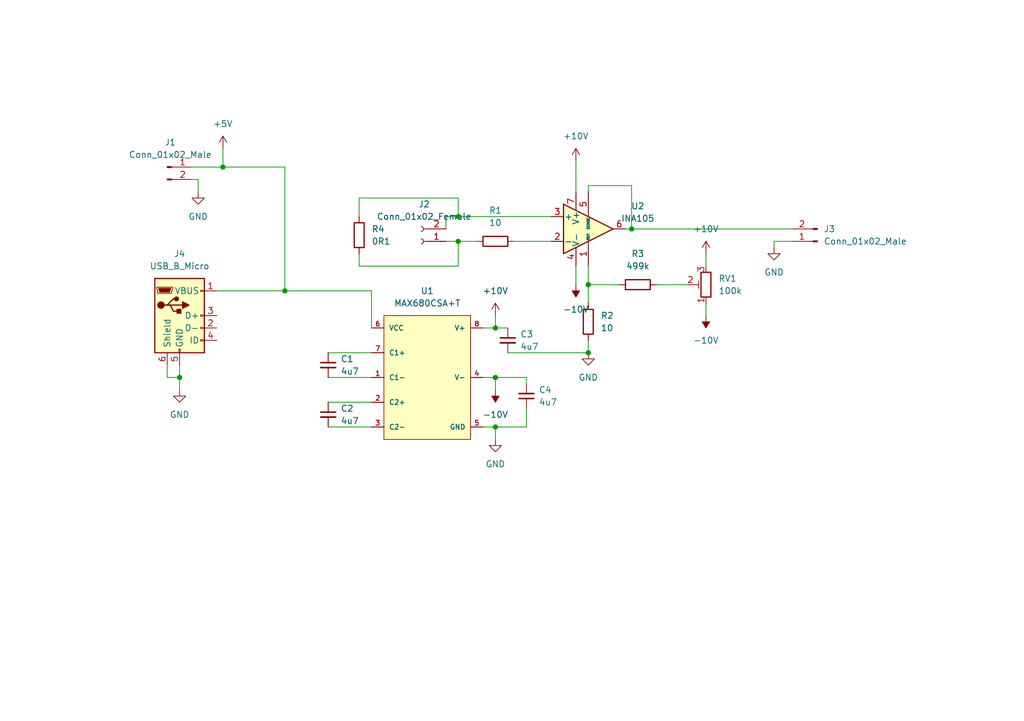
<source format=kicad_sch>
(kicad_sch (version 20211123) (generator eeschema)

  (uuid e63e39d7-6ac0-4ffd-8aa3-1841a4541b55)

  (paper "A5")

  (title_block
    (title "Current Measurement")
    (date "2022-12-01")
    (rev "1.1")
    (company "Christian Eisendle")
  )

  (lib_symbols
    (symbol "Amplifier_Difference:AD8276" (pin_names (offset 0.127)) (in_bom yes) (on_board yes)
      (property "Reference" "U" (id 0) (at 7.62 5.08 0)
        (effects (font (size 1.27 1.27)))
      )
      (property "Value" "AD8276" (id 1) (at 7.62 2.54 0)
        (effects (font (size 1.27 1.27)))
      )
      (property "Footprint" "" (id 2) (at 0 0 0)
        (effects (font (size 1.27 1.27)) hide)
      )
      (property "Datasheet" "https://www.analog.com/media/en/technical-documentation/data-sheets/AD8276_8277.pdf" (id 3) (at 0 0 0)
        (effects (font (size 1.27 1.27)) hide)
      )
      (property "ki_keywords" "difference amplifier" (id 4) (at 0 0 0)
        (effects (font (size 1.27 1.27)) hide)
      )
      (property "ki_description" "Low Power, Wide Supply Range, Low Cost Unity-Gain Difference Amplifier, SOIC-8/MSOP-8" (id 5) (at 0 0 0)
        (effects (font (size 1.27 1.27)) hide)
      )
      (property "ki_fp_filters" "SOIC*3.9x4.9mm*P1.27mm* MSOP*3x3mm*P0.65mm*" (id 6) (at 0 0 0)
        (effects (font (size 1.27 1.27)) hide)
      )
      (symbol "AD8276_0_1"
        (polyline
          (pts
            (xy -5.08 5.08)
            (xy 5.08 0)
            (xy -5.08 -5.08)
            (xy -5.08 5.08)
          )
          (stroke (width 0.254) (type default) (color 0 0 0 0))
          (fill (type background))
        )
      )
      (symbol "AD8276_1_1"
        (pin passive line (at 0 -7.62 90) (length 5.08)
          (name "REF" (effects (font (size 0.508 0.508))))
          (number "1" (effects (font (size 1.27 1.27))))
        )
        (pin passive line (at -7.62 -2.54 0) (length 2.54)
          (name "-" (effects (font (size 1.27 1.27))))
          (number "2" (effects (font (size 1.27 1.27))))
        )
        (pin passive line (at -7.62 2.54 0) (length 2.54)
          (name "+" (effects (font (size 1.27 1.27))))
          (number "3" (effects (font (size 1.27 1.27))))
        )
        (pin power_in line (at -2.54 -7.62 90) (length 3.81)
          (name "V-" (effects (font (size 1.27 1.27))))
          (number "4" (effects (font (size 1.27 1.27))))
        )
        (pin passive line (at 0 7.62 270) (length 5.08)
          (name "SENSE" (effects (font (size 0.508 0.508))))
          (number "5" (effects (font (size 1.27 1.27))))
        )
        (pin output line (at 7.62 0 180) (length 2.54)
          (name "~" (effects (font (size 1.27 1.27))))
          (number "6" (effects (font (size 1.27 1.27))))
        )
        (pin power_in line (at -2.54 7.62 270) (length 3.81)
          (name "V+" (effects (font (size 1.27 1.27))))
          (number "7" (effects (font (size 1.27 1.27))))
        )
        (pin no_connect line (at -5.08 0 0) (length 2.54) hide
          (name "~" (effects (font (size 1.27 1.27))))
          (number "8" (effects (font (size 1.27 1.27))))
        )
      )
    )
    (symbol "Connector:Conn_01x02_Female" (pin_names (offset 1.016) hide) (in_bom yes) (on_board yes)
      (property "Reference" "J" (id 0) (at 0 2.54 0)
        (effects (font (size 1.27 1.27)))
      )
      (property "Value" "Conn_01x02_Female" (id 1) (at 0 -5.08 0)
        (effects (font (size 1.27 1.27)))
      )
      (property "Footprint" "" (id 2) (at 0 0 0)
        (effects (font (size 1.27 1.27)) hide)
      )
      (property "Datasheet" "~" (id 3) (at 0 0 0)
        (effects (font (size 1.27 1.27)) hide)
      )
      (property "ki_keywords" "connector" (id 4) (at 0 0 0)
        (effects (font (size 1.27 1.27)) hide)
      )
      (property "ki_description" "Generic connector, single row, 01x02, script generated (kicad-library-utils/schlib/autogen/connector/)" (id 5) (at 0 0 0)
        (effects (font (size 1.27 1.27)) hide)
      )
      (property "ki_fp_filters" "Connector*:*_1x??_*" (id 6) (at 0 0 0)
        (effects (font (size 1.27 1.27)) hide)
      )
      (symbol "Conn_01x02_Female_1_1"
        (arc (start 0 -2.032) (mid -0.508 -2.54) (end 0 -3.048)
          (stroke (width 0.1524) (type default) (color 0 0 0 0))
          (fill (type none))
        )
        (polyline
          (pts
            (xy -1.27 -2.54)
            (xy -0.508 -2.54)
          )
          (stroke (width 0.1524) (type default) (color 0 0 0 0))
          (fill (type none))
        )
        (polyline
          (pts
            (xy -1.27 0)
            (xy -0.508 0)
          )
          (stroke (width 0.1524) (type default) (color 0 0 0 0))
          (fill (type none))
        )
        (arc (start 0 0.508) (mid -0.508 0) (end 0 -0.508)
          (stroke (width 0.1524) (type default) (color 0 0 0 0))
          (fill (type none))
        )
        (pin passive line (at -5.08 0 0) (length 3.81)
          (name "Pin_1" (effects (font (size 1.27 1.27))))
          (number "1" (effects (font (size 1.27 1.27))))
        )
        (pin passive line (at -5.08 -2.54 0) (length 3.81)
          (name "Pin_2" (effects (font (size 1.27 1.27))))
          (number "2" (effects (font (size 1.27 1.27))))
        )
      )
    )
    (symbol "Connector:Conn_01x02_Male" (pin_names (offset 1.016) hide) (in_bom yes) (on_board yes)
      (property "Reference" "J" (id 0) (at 0 2.54 0)
        (effects (font (size 1.27 1.27)))
      )
      (property "Value" "Conn_01x02_Male" (id 1) (at 0 -5.08 0)
        (effects (font (size 1.27 1.27)))
      )
      (property "Footprint" "" (id 2) (at 0 0 0)
        (effects (font (size 1.27 1.27)) hide)
      )
      (property "Datasheet" "~" (id 3) (at 0 0 0)
        (effects (font (size 1.27 1.27)) hide)
      )
      (property "ki_keywords" "connector" (id 4) (at 0 0 0)
        (effects (font (size 1.27 1.27)) hide)
      )
      (property "ki_description" "Generic connector, single row, 01x02, script generated (kicad-library-utils/schlib/autogen/connector/)" (id 5) (at 0 0 0)
        (effects (font (size 1.27 1.27)) hide)
      )
      (property "ki_fp_filters" "Connector*:*_1x??_*" (id 6) (at 0 0 0)
        (effects (font (size 1.27 1.27)) hide)
      )
      (symbol "Conn_01x02_Male_1_1"
        (polyline
          (pts
            (xy 1.27 -2.54)
            (xy 0.8636 -2.54)
          )
          (stroke (width 0.1524) (type default) (color 0 0 0 0))
          (fill (type none))
        )
        (polyline
          (pts
            (xy 1.27 0)
            (xy 0.8636 0)
          )
          (stroke (width 0.1524) (type default) (color 0 0 0 0))
          (fill (type none))
        )
        (rectangle (start 0.8636 -2.413) (end 0 -2.667)
          (stroke (width 0.1524) (type default) (color 0 0 0 0))
          (fill (type outline))
        )
        (rectangle (start 0.8636 0.127) (end 0 -0.127)
          (stroke (width 0.1524) (type default) (color 0 0 0 0))
          (fill (type outline))
        )
        (pin passive line (at 5.08 0 180) (length 3.81)
          (name "Pin_1" (effects (font (size 1.27 1.27))))
          (number "1" (effects (font (size 1.27 1.27))))
        )
        (pin passive line (at 5.08 -2.54 180) (length 3.81)
          (name "Pin_2" (effects (font (size 1.27 1.27))))
          (number "2" (effects (font (size 1.27 1.27))))
        )
      )
    )
    (symbol "Connector:USB_B_Micro" (pin_names (offset 1.016)) (in_bom yes) (on_board yes)
      (property "Reference" "J" (id 0) (at -5.08 11.43 0)
        (effects (font (size 1.27 1.27)) (justify left))
      )
      (property "Value" "USB_B_Micro" (id 1) (at -5.08 8.89 0)
        (effects (font (size 1.27 1.27)) (justify left))
      )
      (property "Footprint" "" (id 2) (at 3.81 -1.27 0)
        (effects (font (size 1.27 1.27)) hide)
      )
      (property "Datasheet" "~" (id 3) (at 3.81 -1.27 0)
        (effects (font (size 1.27 1.27)) hide)
      )
      (property "ki_keywords" "connector USB micro" (id 4) (at 0 0 0)
        (effects (font (size 1.27 1.27)) hide)
      )
      (property "ki_description" "USB Micro Type B connector" (id 5) (at 0 0 0)
        (effects (font (size 1.27 1.27)) hide)
      )
      (property "ki_fp_filters" "USB*" (id 6) (at 0 0 0)
        (effects (font (size 1.27 1.27)) hide)
      )
      (symbol "USB_B_Micro_0_1"
        (rectangle (start -5.08 -7.62) (end 5.08 7.62)
          (stroke (width 0.254) (type default) (color 0 0 0 0))
          (fill (type background))
        )
        (circle (center -3.81 2.159) (radius 0.635)
          (stroke (width 0.254) (type default) (color 0 0 0 0))
          (fill (type outline))
        )
        (circle (center -0.635 3.429) (radius 0.381)
          (stroke (width 0.254) (type default) (color 0 0 0 0))
          (fill (type outline))
        )
        (rectangle (start -0.127 -7.62) (end 0.127 -6.858)
          (stroke (width 0) (type default) (color 0 0 0 0))
          (fill (type none))
        )
        (polyline
          (pts
            (xy -1.905 2.159)
            (xy 0.635 2.159)
          )
          (stroke (width 0.254) (type default) (color 0 0 0 0))
          (fill (type none))
        )
        (polyline
          (pts
            (xy -3.175 2.159)
            (xy -2.54 2.159)
            (xy -1.27 3.429)
            (xy -0.635 3.429)
          )
          (stroke (width 0.254) (type default) (color 0 0 0 0))
          (fill (type none))
        )
        (polyline
          (pts
            (xy -2.54 2.159)
            (xy -1.905 2.159)
            (xy -1.27 0.889)
            (xy 0 0.889)
          )
          (stroke (width 0.254) (type default) (color 0 0 0 0))
          (fill (type none))
        )
        (polyline
          (pts
            (xy 0.635 2.794)
            (xy 0.635 1.524)
            (xy 1.905 2.159)
            (xy 0.635 2.794)
          )
          (stroke (width 0.254) (type default) (color 0 0 0 0))
          (fill (type outline))
        )
        (polyline
          (pts
            (xy -4.318 5.588)
            (xy -1.778 5.588)
            (xy -2.032 4.826)
            (xy -4.064 4.826)
            (xy -4.318 5.588)
          )
          (stroke (width 0) (type default) (color 0 0 0 0))
          (fill (type outline))
        )
        (polyline
          (pts
            (xy -4.699 5.842)
            (xy -4.699 5.588)
            (xy -4.445 4.826)
            (xy -4.445 4.572)
            (xy -1.651 4.572)
            (xy -1.651 4.826)
            (xy -1.397 5.588)
            (xy -1.397 5.842)
            (xy -4.699 5.842)
          )
          (stroke (width 0) (type default) (color 0 0 0 0))
          (fill (type none))
        )
        (rectangle (start 0.254 1.27) (end -0.508 0.508)
          (stroke (width 0.254) (type default) (color 0 0 0 0))
          (fill (type outline))
        )
        (rectangle (start 5.08 -5.207) (end 4.318 -4.953)
          (stroke (width 0) (type default) (color 0 0 0 0))
          (fill (type none))
        )
        (rectangle (start 5.08 -2.667) (end 4.318 -2.413)
          (stroke (width 0) (type default) (color 0 0 0 0))
          (fill (type none))
        )
        (rectangle (start 5.08 -0.127) (end 4.318 0.127)
          (stroke (width 0) (type default) (color 0 0 0 0))
          (fill (type none))
        )
        (rectangle (start 5.08 4.953) (end 4.318 5.207)
          (stroke (width 0) (type default) (color 0 0 0 0))
          (fill (type none))
        )
      )
      (symbol "USB_B_Micro_1_1"
        (pin power_out line (at 7.62 5.08 180) (length 2.54)
          (name "VBUS" (effects (font (size 1.27 1.27))))
          (number "1" (effects (font (size 1.27 1.27))))
        )
        (pin bidirectional line (at 7.62 -2.54 180) (length 2.54)
          (name "D-" (effects (font (size 1.27 1.27))))
          (number "2" (effects (font (size 1.27 1.27))))
        )
        (pin bidirectional line (at 7.62 0 180) (length 2.54)
          (name "D+" (effects (font (size 1.27 1.27))))
          (number "3" (effects (font (size 1.27 1.27))))
        )
        (pin passive line (at 7.62 -5.08 180) (length 2.54)
          (name "ID" (effects (font (size 1.27 1.27))))
          (number "4" (effects (font (size 1.27 1.27))))
        )
        (pin power_out line (at 0 -10.16 90) (length 2.54)
          (name "GND" (effects (font (size 1.27 1.27))))
          (number "5" (effects (font (size 1.27 1.27))))
        )
        (pin passive line (at -2.54 -10.16 90) (length 2.54)
          (name "Shield" (effects (font (size 1.27 1.27))))
          (number "6" (effects (font (size 1.27 1.27))))
        )
      )
    )
    (symbol "Device:C_Small" (pin_numbers hide) (pin_names (offset 0.254) hide) (in_bom yes) (on_board yes)
      (property "Reference" "C" (id 0) (at 0.254 1.778 0)
        (effects (font (size 1.27 1.27)) (justify left))
      )
      (property "Value" "C_Small" (id 1) (at 0.254 -2.032 0)
        (effects (font (size 1.27 1.27)) (justify left))
      )
      (property "Footprint" "" (id 2) (at 0 0 0)
        (effects (font (size 1.27 1.27)) hide)
      )
      (property "Datasheet" "~" (id 3) (at 0 0 0)
        (effects (font (size 1.27 1.27)) hide)
      )
      (property "ki_keywords" "capacitor cap" (id 4) (at 0 0 0)
        (effects (font (size 1.27 1.27)) hide)
      )
      (property "ki_description" "Unpolarized capacitor, small symbol" (id 5) (at 0 0 0)
        (effects (font (size 1.27 1.27)) hide)
      )
      (property "ki_fp_filters" "C_*" (id 6) (at 0 0 0)
        (effects (font (size 1.27 1.27)) hide)
      )
      (symbol "C_Small_0_1"
        (polyline
          (pts
            (xy -1.524 -0.508)
            (xy 1.524 -0.508)
          )
          (stroke (width 0.3302) (type default) (color 0 0 0 0))
          (fill (type none))
        )
        (polyline
          (pts
            (xy -1.524 0.508)
            (xy 1.524 0.508)
          )
          (stroke (width 0.3048) (type default) (color 0 0 0 0))
          (fill (type none))
        )
      )
      (symbol "C_Small_1_1"
        (pin passive line (at 0 2.54 270) (length 2.032)
          (name "~" (effects (font (size 1.27 1.27))))
          (number "1" (effects (font (size 1.27 1.27))))
        )
        (pin passive line (at 0 -2.54 90) (length 2.032)
          (name "~" (effects (font (size 1.27 1.27))))
          (number "2" (effects (font (size 1.27 1.27))))
        )
      )
    )
    (symbol "Device:R" (pin_numbers hide) (pin_names (offset 0)) (in_bom yes) (on_board yes)
      (property "Reference" "R" (id 0) (at 2.032 0 90)
        (effects (font (size 1.27 1.27)))
      )
      (property "Value" "R" (id 1) (at 0 0 90)
        (effects (font (size 1.27 1.27)))
      )
      (property "Footprint" "" (id 2) (at -1.778 0 90)
        (effects (font (size 1.27 1.27)) hide)
      )
      (property "Datasheet" "~" (id 3) (at 0 0 0)
        (effects (font (size 1.27 1.27)) hide)
      )
      (property "ki_keywords" "R res resistor" (id 4) (at 0 0 0)
        (effects (font (size 1.27 1.27)) hide)
      )
      (property "ki_description" "Resistor" (id 5) (at 0 0 0)
        (effects (font (size 1.27 1.27)) hide)
      )
      (property "ki_fp_filters" "R_*" (id 6) (at 0 0 0)
        (effects (font (size 1.27 1.27)) hide)
      )
      (symbol "R_0_1"
        (rectangle (start -1.016 -2.54) (end 1.016 2.54)
          (stroke (width 0.254) (type default) (color 0 0 0 0))
          (fill (type none))
        )
      )
      (symbol "R_1_1"
        (pin passive line (at 0 3.81 270) (length 1.27)
          (name "~" (effects (font (size 1.27 1.27))))
          (number "1" (effects (font (size 1.27 1.27))))
        )
        (pin passive line (at 0 -3.81 90) (length 1.27)
          (name "~" (effects (font (size 1.27 1.27))))
          (number "2" (effects (font (size 1.27 1.27))))
        )
      )
    )
    (symbol "Device:R_Potentiometer_Trim" (pin_names (offset 1.016) hide) (in_bom yes) (on_board yes)
      (property "Reference" "RV" (id 0) (at -4.445 0 90)
        (effects (font (size 1.27 1.27)))
      )
      (property "Value" "R_Potentiometer_Trim" (id 1) (at -2.54 0 90)
        (effects (font (size 1.27 1.27)))
      )
      (property "Footprint" "" (id 2) (at 0 0 0)
        (effects (font (size 1.27 1.27)) hide)
      )
      (property "Datasheet" "~" (id 3) (at 0 0 0)
        (effects (font (size 1.27 1.27)) hide)
      )
      (property "ki_keywords" "resistor variable trimpot trimmer" (id 4) (at 0 0 0)
        (effects (font (size 1.27 1.27)) hide)
      )
      (property "ki_description" "Trim-potentiometer" (id 5) (at 0 0 0)
        (effects (font (size 1.27 1.27)) hide)
      )
      (property "ki_fp_filters" "Potentiometer*" (id 6) (at 0 0 0)
        (effects (font (size 1.27 1.27)) hide)
      )
      (symbol "R_Potentiometer_Trim_0_1"
        (polyline
          (pts
            (xy 1.524 0.762)
            (xy 1.524 -0.762)
          )
          (stroke (width 0) (type default) (color 0 0 0 0))
          (fill (type none))
        )
        (polyline
          (pts
            (xy 2.54 0)
            (xy 1.524 0)
          )
          (stroke (width 0) (type default) (color 0 0 0 0))
          (fill (type none))
        )
        (rectangle (start 1.016 2.54) (end -1.016 -2.54)
          (stroke (width 0.254) (type default) (color 0 0 0 0))
          (fill (type none))
        )
      )
      (symbol "R_Potentiometer_Trim_1_1"
        (pin passive line (at 0 3.81 270) (length 1.27)
          (name "1" (effects (font (size 1.27 1.27))))
          (number "1" (effects (font (size 1.27 1.27))))
        )
        (pin passive line (at 3.81 0 180) (length 1.27)
          (name "2" (effects (font (size 1.27 1.27))))
          (number "2" (effects (font (size 1.27 1.27))))
        )
        (pin passive line (at 0 -3.81 90) (length 1.27)
          (name "3" (effects (font (size 1.27 1.27))))
          (number "3" (effects (font (size 1.27 1.27))))
        )
      )
    )
    (symbol "current_measurement:MAX680CSA+T" (pin_names (offset 1.016)) (in_bom yes) (on_board yes)
      (property "Reference" "U" (id 0) (at 0 5.08 0)
        (effects (font (size 1.27 1.27)) (justify left))
      )
      (property "Value" "MAX680CSA+T" (id 1) (at 0 7.62 0)
        (effects (font (size 1.27 1.27)) (justify left))
      )
      (property "Footprint" "Maxim-S8-4-0-P-*" (id 2) (at 0 10.16 0)
        (effects (font (size 1.27 1.27)) (justify left) hide)
      )
      (property "Datasheet" "https://datasheets.maximintegrated.com/en/ds/MAX680-MAX681.pdf" (id 3) (at 0 12.7 0)
        (effects (font (size 1.27 1.27)) (justify left) hide)
      )
      (property "automotive" "No" (id 4) (at 0 15.24 0)
        (effects (font (size 1.27 1.27)) (justify left) hide)
      )
      (property "category" "IC" (id 5) (at 0 17.78 0)
        (effects (font (size 1.27 1.27)) (justify left) hide)
      )
      (property "device class L1" "Integrated Circuits (ICs)" (id 6) (at 0 20.32 0)
        (effects (font (size 1.27 1.27)) (justify left) hide)
      )
      (property "device class L2" "Power Management ICs" (id 7) (at 0 22.86 0)
        (effects (font (size 1.27 1.27)) (justify left) hide)
      )
      (property "device class L3" "Voltage Regulators - Switching" (id 8) (at 0 25.4 0)
        (effects (font (size 1.27 1.27)) (justify left) hide)
      )
      (property "digikey description" "IC REG SWTCHD CAP INV 10MA 8SOIC" (id 9) (at 0 27.94 0)
        (effects (font (size 1.27 1.27)) (justify left) hide)
      )
      (property "digikey part number" "MAX680CSA+TCT-ND" (id 10) (at 0 30.48 0)
        (effects (font (size 1.27 1.27)) (justify left) hide)
      )
      (property "footprint url" "https://pdfserv.maximintegrated.com/land_patterns/90-0096.PDF" (id 11) (at 0 33.02 0)
        (effects (font (size 1.27 1.27)) (justify left) hide)
      )
      (property "height" "1.75mm" (id 12) (at 0 35.56 0)
        (effects (font (size 1.27 1.27)) (justify left) hide)
      )
      (property "lead free" "Yes" (id 13) (at 0 38.1 0)
        (effects (font (size 1.27 1.27)) (justify left) hide)
      )
      (property "library id" "6cb2b217d5907b21" (id 14) (at 0 40.64 0)
        (effects (font (size 1.27 1.27)) (justify left) hide)
      )
      (property "manufacturer" "Maxim" (id 15) (at 0 43.18 0)
        (effects (font (size 1.27 1.27)) (justify left) hide)
      )
      (property "max duty cycle" "50%" (id 16) (at 0 45.72 0)
        (effects (font (size 1.27 1.27)) (justify left) hide)
      )
      (property "max power dissipation" "471mW" (id 17) (at 0 48.26 0)
        (effects (font (size 1.27 1.27)) (justify left) hide)
      )
      (property "max supply voltage" "6V" (id 18) (at 0 50.8 0)
        (effects (font (size 1.27 1.27)) (justify left) hide)
      )
      (property "min supply voltage" "1.5V" (id 19) (at 0 53.34 0)
        (effects (font (size 1.27 1.27)) (justify left) hide)
      )
      (property "mouser description" "Voltage Regulators - Switching Regulators 5V to +/-10V Voltage Converter" (id 20) (at 0 55.88 0)
        (effects (font (size 1.27 1.27)) (justify left) hide)
      )
      (property "mouser part number" "700-MAX680CSAT" (id 21) (at 0 58.42 0)
        (effects (font (size 1.27 1.27)) (justify left) hide)
      )
      (property "negative voltage available" "true" (id 22) (at 0 60.96 0)
        (effects (font (size 1.27 1.27)) (justify left) hide)
      )
      (property "nominal supply current" "0.5-1mA" (id 23) (at 0 63.5 0)
        (effects (font (size 1.27 1.27)) (justify left) hide)
      )
      (property "number of outputs" "2" (id 24) (at 0 66.04 0)
        (effects (font (size 1.27 1.27)) (justify left) hide)
      )
      (property "output current" "10mA" (id 25) (at 0 68.58 0)
        (effects (font (size 1.27 1.27)) (justify left) hide)
      )
      (property "output type" "Other" (id 26) (at 0 71.12 0)
        (effects (font (size 1.27 1.27)) (justify left) hide)
      )
      (property "output voltage" "12V" (id 27) (at 0 73.66 0)
        (effects (font (size 1.27 1.27)) (justify left) hide)
      )
      (property "package" "SO8" (id 28) (at 0 76.2 0)
        (effects (font (size 1.27 1.27)) (justify left) hide)
      )
      (property "rohs" "Yes" (id 29) (at 0 78.74 0)
        (effects (font (size 1.27 1.27)) (justify left) hide)
      )
      (property "standoff height" "0.1mm" (id 30) (at 0 81.28 0)
        (effects (font (size 1.27 1.27)) (justify left) hide)
      )
      (property "switching frequency" "8kHz" (id 31) (at 0 83.82 0)
        (effects (font (size 1.27 1.27)) (justify left) hide)
      )
      (property "switching topology" "Charge Pump" (id 32) (at 0 86.36 0)
        (effects (font (size 1.27 1.27)) (justify left) hide)
      )
      (property "temperature range high" "+70°C" (id 33) (at 0 88.9 0)
        (effects (font (size 1.27 1.27)) (justify left) hide)
      )
      (property "temperature range low" "0°C" (id 34) (at 0 91.44 0)
        (effects (font (size 1.27 1.27)) (justify left) hide)
      )
      (property "ki_locked" "" (id 35) (at 0 0 0)
        (effects (font (size 1.27 1.27)))
      )
      (property "ki_description" "MAX680CSA+T" (id 36) (at 0 0 0)
        (effects (font (size 1.27 1.27)) hide)
      )
      (symbol "MAX680CSA+T_1_1"
        (rectangle (start 5.08 2.54) (end 22.86 -22.86)
          (stroke (width 0) (type default) (color 0 0 0 0))
          (fill (type background))
        )
        (pin passive line (at 2.54 -10.16 0) (length 2.54)
          (name "C1-" (effects (font (size 1.016 1.016))))
          (number "1" (effects (font (size 1.016 1.016))))
        )
        (pin passive line (at 2.54 -15.24 0) (length 2.54)
          (name "C2+" (effects (font (size 1.016 1.016))))
          (number "2" (effects (font (size 1.016 1.016))))
        )
        (pin passive line (at 2.54 -20.32 0) (length 2.54)
          (name "C2-" (effects (font (size 1.016 1.016))))
          (number "3" (effects (font (size 1.016 1.016))))
        )
        (pin power_in line (at 25.4 -10.16 180) (length 2.54)
          (name "V-" (effects (font (size 1.016 1.016))))
          (number "4" (effects (font (size 1.016 1.016))))
        )
        (pin power_in line (at 25.4 -20.32 180) (length 2.54)
          (name "GND" (effects (font (size 1.016 1.016))))
          (number "5" (effects (font (size 1.016 1.016))))
        )
        (pin power_in line (at 2.54 0 0) (length 2.54)
          (name "VCC" (effects (font (size 1.016 1.016))))
          (number "6" (effects (font (size 1.016 1.016))))
        )
        (pin passive line (at 2.54 -5.08 0) (length 2.54)
          (name "C1+" (effects (font (size 1.016 1.016))))
          (number "7" (effects (font (size 1.016 1.016))))
        )
        (pin power_in line (at 25.4 0 180) (length 2.54)
          (name "V+" (effects (font (size 1.016 1.016))))
          (number "8" (effects (font (size 1.016 1.016))))
        )
      )
    )
    (symbol "power:+10V" (power) (pin_names (offset 0)) (in_bom yes) (on_board yes)
      (property "Reference" "#PWR" (id 0) (at 0 -3.81 0)
        (effects (font (size 1.27 1.27)) hide)
      )
      (property "Value" "+10V" (id 1) (at 0 3.556 0)
        (effects (font (size 1.27 1.27)))
      )
      (property "Footprint" "" (id 2) (at 0 0 0)
        (effects (font (size 1.27 1.27)) hide)
      )
      (property "Datasheet" "" (id 3) (at 0 0 0)
        (effects (font (size 1.27 1.27)) hide)
      )
      (property "ki_keywords" "power-flag" (id 4) (at 0 0 0)
        (effects (font (size 1.27 1.27)) hide)
      )
      (property "ki_description" "Power symbol creates a global label with name \"+10V\"" (id 5) (at 0 0 0)
        (effects (font (size 1.27 1.27)) hide)
      )
      (symbol "+10V_0_1"
        (polyline
          (pts
            (xy -0.762 1.27)
            (xy 0 2.54)
          )
          (stroke (width 0) (type default) (color 0 0 0 0))
          (fill (type none))
        )
        (polyline
          (pts
            (xy 0 0)
            (xy 0 2.54)
          )
          (stroke (width 0) (type default) (color 0 0 0 0))
          (fill (type none))
        )
        (polyline
          (pts
            (xy 0 2.54)
            (xy 0.762 1.27)
          )
          (stroke (width 0) (type default) (color 0 0 0 0))
          (fill (type none))
        )
      )
      (symbol "+10V_1_1"
        (pin power_in line (at 0 0 90) (length 0) hide
          (name "+10V" (effects (font (size 1.27 1.27))))
          (number "1" (effects (font (size 1.27 1.27))))
        )
      )
    )
    (symbol "power:+5V" (power) (pin_names (offset 0)) (in_bom yes) (on_board yes)
      (property "Reference" "#PWR" (id 0) (at 0 -3.81 0)
        (effects (font (size 1.27 1.27)) hide)
      )
      (property "Value" "+5V" (id 1) (at 0 3.556 0)
        (effects (font (size 1.27 1.27)))
      )
      (property "Footprint" "" (id 2) (at 0 0 0)
        (effects (font (size 1.27 1.27)) hide)
      )
      (property "Datasheet" "" (id 3) (at 0 0 0)
        (effects (font (size 1.27 1.27)) hide)
      )
      (property "ki_keywords" "power-flag" (id 4) (at 0 0 0)
        (effects (font (size 1.27 1.27)) hide)
      )
      (property "ki_description" "Power symbol creates a global label with name \"+5V\"" (id 5) (at 0 0 0)
        (effects (font (size 1.27 1.27)) hide)
      )
      (symbol "+5V_0_1"
        (polyline
          (pts
            (xy -0.762 1.27)
            (xy 0 2.54)
          )
          (stroke (width 0) (type default) (color 0 0 0 0))
          (fill (type none))
        )
        (polyline
          (pts
            (xy 0 0)
            (xy 0 2.54)
          )
          (stroke (width 0) (type default) (color 0 0 0 0))
          (fill (type none))
        )
        (polyline
          (pts
            (xy 0 2.54)
            (xy 0.762 1.27)
          )
          (stroke (width 0) (type default) (color 0 0 0 0))
          (fill (type none))
        )
      )
      (symbol "+5V_1_1"
        (pin power_in line (at 0 0 90) (length 0) hide
          (name "+5V" (effects (font (size 1.27 1.27))))
          (number "1" (effects (font (size 1.27 1.27))))
        )
      )
    )
    (symbol "power:-10V" (power) (pin_names (offset 0)) (in_bom yes) (on_board yes)
      (property "Reference" "#PWR" (id 0) (at 0 2.54 0)
        (effects (font (size 1.27 1.27)) hide)
      )
      (property "Value" "-10V" (id 1) (at 0 3.81 0)
        (effects (font (size 1.27 1.27)))
      )
      (property "Footprint" "" (id 2) (at 0 0 0)
        (effects (font (size 1.27 1.27)) hide)
      )
      (property "Datasheet" "" (id 3) (at 0 0 0)
        (effects (font (size 1.27 1.27)) hide)
      )
      (property "ki_keywords" "power-flag" (id 4) (at 0 0 0)
        (effects (font (size 1.27 1.27)) hide)
      )
      (property "ki_description" "Power symbol creates a global label with name \"-10V\"" (id 5) (at 0 0 0)
        (effects (font (size 1.27 1.27)) hide)
      )
      (symbol "-10V_0_0"
        (pin power_in line (at 0 0 90) (length 0) hide
          (name "-10V" (effects (font (size 1.27 1.27))))
          (number "1" (effects (font (size 1.27 1.27))))
        )
      )
      (symbol "-10V_0_1"
        (polyline
          (pts
            (xy 0 0)
            (xy 0 1.27)
            (xy 0.762 1.27)
            (xy 0 2.54)
            (xy -0.762 1.27)
            (xy 0 1.27)
          )
          (stroke (width 0) (type default) (color 0 0 0 0))
          (fill (type outline))
        )
      )
    )
    (symbol "power:GND" (power) (pin_names (offset 0)) (in_bom yes) (on_board yes)
      (property "Reference" "#PWR" (id 0) (at 0 -6.35 0)
        (effects (font (size 1.27 1.27)) hide)
      )
      (property "Value" "GND" (id 1) (at 0 -3.81 0)
        (effects (font (size 1.27 1.27)))
      )
      (property "Footprint" "" (id 2) (at 0 0 0)
        (effects (font (size 1.27 1.27)) hide)
      )
      (property "Datasheet" "" (id 3) (at 0 0 0)
        (effects (font (size 1.27 1.27)) hide)
      )
      (property "ki_keywords" "power-flag" (id 4) (at 0 0 0)
        (effects (font (size 1.27 1.27)) hide)
      )
      (property "ki_description" "Power symbol creates a global label with name \"GND\" , ground" (id 5) (at 0 0 0)
        (effects (font (size 1.27 1.27)) hide)
      )
      (symbol "GND_0_1"
        (polyline
          (pts
            (xy 0 0)
            (xy 0 -1.27)
            (xy 1.27 -1.27)
            (xy 0 -2.54)
            (xy -1.27 -1.27)
            (xy 0 -1.27)
          )
          (stroke (width 0) (type default) (color 0 0 0 0))
          (fill (type none))
        )
      )
      (symbol "GND_1_1"
        (pin power_in line (at 0 0 270) (length 0) hide
          (name "GND" (effects (font (size 1.27 1.27))))
          (number "1" (effects (font (size 1.27 1.27))))
        )
      )
    )
  )

  (junction (at 93.98 44.45) (diameter 0) (color 0 0 0 0)
    (uuid 0b8a58f9-b4fb-4f7f-b0f9-e9c9d5c0ff59)
  )
  (junction (at 101.6 87.63) (diameter 0) (color 0 0 0 0)
    (uuid 0d9c7b6d-3739-4834-ada0-ddbc8ea85b5b)
  )
  (junction (at 101.6 67.31) (diameter 0) (color 0 0 0 0)
    (uuid 28a1f50d-2691-47b1-ab30-546a449ac992)
  )
  (junction (at 45.72 34.29) (diameter 0) (color 0 0 0 0)
    (uuid 2919e7b0-e894-4f9f-9158-ac44a5e65491)
  )
  (junction (at 120.65 72.39) (diameter 0) (color 0 0 0 0)
    (uuid 2ede8a5c-9788-49b4-8c34-735c49b9ed1c)
  )
  (junction (at 93.98 49.53) (diameter 0) (color 0 0 0 0)
    (uuid 5ef81ee3-61f7-4bf8-b925-bc84f8e9dce4)
  )
  (junction (at 129.54 46.99) (diameter 0) (color 0 0 0 0)
    (uuid 634f0c6f-6d48-4d00-bf2a-3a0f6fd16fbe)
  )
  (junction (at 36.83 77.47) (diameter 0) (color 0 0 0 0)
    (uuid 77a67fcc-c793-4860-8255-07e288618689)
  )
  (junction (at 58.42 59.69) (diameter 0) (color 0 0 0 0)
    (uuid c8d008aa-c98d-4ae5-a886-1bb0660a35f9)
  )
  (junction (at 101.6 77.47) (diameter 0) (color 0 0 0 0)
    (uuid cd4cb16e-78e3-4712-bc50-29a1c4f051a0)
  )
  (junction (at 120.65 58.42) (diameter 0) (color 0 0 0 0)
    (uuid d3dd8fb5-45e7-4a73-8332-e10b084d6968)
  )

  (wire (pts (xy 36.83 77.47) (xy 36.83 80.01))
    (stroke (width 0) (type default) (color 0 0 0 0))
    (uuid 03a61194-a075-4582-85b9-49d59d0f10ab)
  )
  (wire (pts (xy 91.44 44.45) (xy 91.44 46.99))
    (stroke (width 0) (type default) (color 0 0 0 0))
    (uuid 0579b79b-2ca5-45a0-94a7-bc0d19827840)
  )
  (wire (pts (xy 120.65 38.1) (xy 129.54 38.1))
    (stroke (width 0) (type default) (color 0 0 0 0))
    (uuid 09ba6e97-2c47-4b36-b931-9798207a6946)
  )
  (wire (pts (xy 101.6 87.63) (xy 101.6 90.17))
    (stroke (width 0) (type default) (color 0 0 0 0))
    (uuid 12bfc27b-7ab7-4d04-b354-97d034f57041)
  )
  (wire (pts (xy 120.65 58.42) (xy 120.65 62.23))
    (stroke (width 0) (type default) (color 0 0 0 0))
    (uuid 156789ac-0299-4e4b-9bdc-aae415420eec)
  )
  (wire (pts (xy 99.06 87.63) (xy 101.6 87.63))
    (stroke (width 0) (type default) (color 0 0 0 0))
    (uuid 1f329bcf-f5c3-4918-a786-777de2eacf80)
  )
  (wire (pts (xy 129.54 38.1) (xy 129.54 46.99))
    (stroke (width 0) (type default) (color 0 0 0 0))
    (uuid 1f89f15a-97ee-41bb-9159-f60d60768b23)
  )
  (wire (pts (xy 67.31 87.63) (xy 76.2 87.63))
    (stroke (width 0) (type default) (color 0 0 0 0))
    (uuid 1fa1f41e-fc27-4863-882c-833e373e2b8b)
  )
  (wire (pts (xy 73.66 40.64) (xy 93.98 40.64))
    (stroke (width 0) (type default) (color 0 0 0 0))
    (uuid 29e2b470-a4a1-4715-9697-4cf613435e88)
  )
  (wire (pts (xy 107.95 77.47) (xy 107.95 78.74))
    (stroke (width 0) (type default) (color 0 0 0 0))
    (uuid 2a8a7e69-af49-4bd3-94a4-3789faf558bf)
  )
  (wire (pts (xy 36.83 74.93) (xy 36.83 77.47))
    (stroke (width 0) (type default) (color 0 0 0 0))
    (uuid 2ea08f98-20e3-45fe-b125-475270f2bbf7)
  )
  (wire (pts (xy 129.54 46.99) (xy 162.56 46.99))
    (stroke (width 0) (type default) (color 0 0 0 0))
    (uuid 30fc5155-3c42-4d5f-b8e8-dc3b841674f8)
  )
  (wire (pts (xy 134.62 58.42) (xy 140.97 58.42))
    (stroke (width 0) (type default) (color 0 0 0 0))
    (uuid 3172cf42-0a34-4fa0-a48e-8858926a5bb0)
  )
  (wire (pts (xy 39.37 36.83) (xy 40.64 36.83))
    (stroke (width 0) (type default) (color 0 0 0 0))
    (uuid 346f8c65-8fd1-4de1-b551-42d0aca79ea0)
  )
  (wire (pts (xy 128.27 46.99) (xy 129.54 46.99))
    (stroke (width 0) (type default) (color 0 0 0 0))
    (uuid 393ea361-bc18-45d5-aeff-85af1cadb0f0)
  )
  (wire (pts (xy 101.6 67.31) (xy 104.14 67.31))
    (stroke (width 0) (type default) (color 0 0 0 0))
    (uuid 4014c106-60b7-4b9f-a2e7-ebf56e046fbf)
  )
  (wire (pts (xy 45.72 34.29) (xy 58.42 34.29))
    (stroke (width 0) (type default) (color 0 0 0 0))
    (uuid 4154c3f9-0df0-4d64-aebb-a50abe2f3a6f)
  )
  (wire (pts (xy 40.64 36.83) (xy 40.64 39.37))
    (stroke (width 0) (type default) (color 0 0 0 0))
    (uuid 45c0d4b2-152f-4522-afdb-d5657a7cd4e7)
  )
  (wire (pts (xy 67.31 82.55) (xy 76.2 82.55))
    (stroke (width 0) (type default) (color 0 0 0 0))
    (uuid 473af1f1-b95d-4d56-9ed7-fb083732f6bf)
  )
  (wire (pts (xy 34.29 77.47) (xy 36.83 77.47))
    (stroke (width 0) (type default) (color 0 0 0 0))
    (uuid 48138612-8d4b-4fa4-99d1-6a1026a2169c)
  )
  (wire (pts (xy 144.78 62.23) (xy 144.78 64.77))
    (stroke (width 0) (type default) (color 0 0 0 0))
    (uuid 4b9802bb-0786-4c6d-b335-395dd7996acc)
  )
  (wire (pts (xy 158.75 49.53) (xy 162.56 49.53))
    (stroke (width 0) (type default) (color 0 0 0 0))
    (uuid 4c6f9ebd-4a84-40f7-9ed6-59c6d60013b6)
  )
  (wire (pts (xy 58.42 59.69) (xy 76.2 59.69))
    (stroke (width 0) (type default) (color 0 0 0 0))
    (uuid 531cbdfd-4ce5-4e3d-ae86-d4a2212837a5)
  )
  (wire (pts (xy 101.6 67.31) (xy 99.06 67.31))
    (stroke (width 0) (type default) (color 0 0 0 0))
    (uuid 6f2014a5-249e-4f25-baca-1ea82fdbd14d)
  )
  (wire (pts (xy 91.44 49.53) (xy 93.98 49.53))
    (stroke (width 0) (type default) (color 0 0 0 0))
    (uuid 72dbcdb2-fc69-4ffe-9722-a9c00c37ef5d)
  )
  (wire (pts (xy 73.66 54.61) (xy 93.98 54.61))
    (stroke (width 0) (type default) (color 0 0 0 0))
    (uuid 73a53c5a-c404-4786-ab6f-ee9f64f600eb)
  )
  (wire (pts (xy 73.66 44.45) (xy 73.66 40.64))
    (stroke (width 0) (type default) (color 0 0 0 0))
    (uuid 73d32180-2053-4932-9319-126af7235766)
  )
  (wire (pts (xy 105.41 49.53) (xy 113.03 49.53))
    (stroke (width 0) (type default) (color 0 0 0 0))
    (uuid 78f3d8ed-f942-4e99-a0f3-e26c1df3abb1)
  )
  (wire (pts (xy 93.98 49.53) (xy 97.79 49.53))
    (stroke (width 0) (type default) (color 0 0 0 0))
    (uuid 876ab51d-81be-4e3d-b934-e8be2b045c4e)
  )
  (wire (pts (xy 34.29 74.93) (xy 34.29 77.47))
    (stroke (width 0) (type default) (color 0 0 0 0))
    (uuid 8c0e05b0-f64a-442f-a6ee-f6b41fb5b449)
  )
  (wire (pts (xy 45.72 34.29) (xy 45.72 30.48))
    (stroke (width 0) (type default) (color 0 0 0 0))
    (uuid 9156d532-461f-40ee-a454-efb0311646f7)
  )
  (wire (pts (xy 101.6 77.47) (xy 107.95 77.47))
    (stroke (width 0) (type default) (color 0 0 0 0))
    (uuid 927e1317-405f-48e9-84e3-fee94acfbe9f)
  )
  (wire (pts (xy 93.98 40.64) (xy 93.98 44.45))
    (stroke (width 0) (type default) (color 0 0 0 0))
    (uuid 9708ee59-ac62-4e1c-94aa-850b3f546ce0)
  )
  (wire (pts (xy 58.42 34.29) (xy 58.42 59.69))
    (stroke (width 0) (type default) (color 0 0 0 0))
    (uuid 98715686-1070-410f-95c5-1864532d06b1)
  )
  (wire (pts (xy 93.98 54.61) (xy 93.98 49.53))
    (stroke (width 0) (type default) (color 0 0 0 0))
    (uuid 99b6a045-cccb-4e5c-ad4c-88ebc6cc1d43)
  )
  (wire (pts (xy 99.06 77.47) (xy 101.6 77.47))
    (stroke (width 0) (type default) (color 0 0 0 0))
    (uuid a203eef6-fecd-43fa-a40d-29084a58d658)
  )
  (wire (pts (xy 120.65 69.85) (xy 120.65 72.39))
    (stroke (width 0) (type default) (color 0 0 0 0))
    (uuid b1459224-35b0-4c42-aad3-3649eb973222)
  )
  (wire (pts (xy 104.14 72.39) (xy 120.65 72.39))
    (stroke (width 0) (type default) (color 0 0 0 0))
    (uuid b285cc64-2038-429c-aead-13c0105da387)
  )
  (wire (pts (xy 120.65 54.61) (xy 120.65 58.42))
    (stroke (width 0) (type default) (color 0 0 0 0))
    (uuid b85c5d62-4072-4404-ac87-75f71ab31900)
  )
  (wire (pts (xy 107.95 83.82) (xy 107.95 87.63))
    (stroke (width 0) (type default) (color 0 0 0 0))
    (uuid c85e3839-6895-43f2-a3ed-9cdcee680cf7)
  )
  (wire (pts (xy 39.37 34.29) (xy 45.72 34.29))
    (stroke (width 0) (type default) (color 0 0 0 0))
    (uuid c9adf453-2213-4e66-85cd-1424ebee1d2b)
  )
  (wire (pts (xy 76.2 59.69) (xy 76.2 67.31))
    (stroke (width 0) (type default) (color 0 0 0 0))
    (uuid d292fb85-d35a-44d0-bcc0-40029c957fb3)
  )
  (wire (pts (xy 44.45 59.69) (xy 58.42 59.69))
    (stroke (width 0) (type default) (color 0 0 0 0))
    (uuid d97204aa-8e05-47de-92db-5d9995d228da)
  )
  (wire (pts (xy 144.78 52.07) (xy 144.78 54.61))
    (stroke (width 0) (type default) (color 0 0 0 0))
    (uuid dab02488-cc36-46c9-b60c-c8ee5d3250ad)
  )
  (wire (pts (xy 93.98 44.45) (xy 91.44 44.45))
    (stroke (width 0) (type default) (color 0 0 0 0))
    (uuid dde82722-f968-4efe-90c6-acc1199746d2)
  )
  (wire (pts (xy 118.11 33.02) (xy 118.11 39.37))
    (stroke (width 0) (type default) (color 0 0 0 0))
    (uuid df58ad02-3f70-4634-986b-b2f11908e659)
  )
  (wire (pts (xy 158.75 50.8) (xy 158.75 49.53))
    (stroke (width 0) (type default) (color 0 0 0 0))
    (uuid e371fc6c-8669-4a61-ae00-f5d34c5f620d)
  )
  (wire (pts (xy 107.95 87.63) (xy 101.6 87.63))
    (stroke (width 0) (type default) (color 0 0 0 0))
    (uuid e55155a4-a27f-46ed-9701-dfa137ac0ded)
  )
  (wire (pts (xy 73.66 52.07) (xy 73.66 54.61))
    (stroke (width 0) (type default) (color 0 0 0 0))
    (uuid e56a9650-57cc-4526-bb30-83a0d85de8d3)
  )
  (wire (pts (xy 67.31 72.39) (xy 76.2 72.39))
    (stroke (width 0) (type default) (color 0 0 0 0))
    (uuid e5bc340d-b2d5-4692-87d0-d0c8b7ac6602)
  )
  (wire (pts (xy 101.6 77.47) (xy 101.6 80.01))
    (stroke (width 0) (type default) (color 0 0 0 0))
    (uuid e827047d-a10d-4da9-9e67-492cc948cbbb)
  )
  (wire (pts (xy 67.31 77.47) (xy 76.2 77.47))
    (stroke (width 0) (type default) (color 0 0 0 0))
    (uuid e990170c-fc23-4596-aa92-292292ea54c8)
  )
  (wire (pts (xy 120.65 39.37) (xy 120.65 38.1))
    (stroke (width 0) (type default) (color 0 0 0 0))
    (uuid f2374ac5-b2ff-4ce8-a594-9e8000145364)
  )
  (wire (pts (xy 118.11 54.61) (xy 118.11 58.42))
    (stroke (width 0) (type default) (color 0 0 0 0))
    (uuid f4123535-8722-4c87-8b4b-05782cbf9e36)
  )
  (wire (pts (xy 113.03 44.45) (xy 93.98 44.45))
    (stroke (width 0) (type default) (color 0 0 0 0))
    (uuid f9bb632b-fc28-4676-80fe-d97aa4d857f0)
  )
  (wire (pts (xy 120.65 58.42) (xy 127 58.42))
    (stroke (width 0) (type default) (color 0 0 0 0))
    (uuid fc3ee03b-64c4-4765-a4db-f9ccddc815c0)
  )
  (wire (pts (xy 101.6 64.77) (xy 101.6 67.31))
    (stroke (width 0) (type default) (color 0 0 0 0))
    (uuid fd109c45-74ad-4df5-82c6-f1834be69356)
  )

  (symbol (lib_id "power:GND") (at 158.75 50.8 0) (unit 1)
    (in_bom yes) (on_board yes) (fields_autoplaced)
    (uuid 0060f4f0-2ab2-486c-b184-94ef313ed854)
    (property "Reference" "#PWR0106" (id 0) (at 158.75 57.15 0)
      (effects (font (size 1.27 1.27)) hide)
    )
    (property "Value" "GND" (id 1) (at 158.75 55.88 0))
    (property "Footprint" "" (id 2) (at 158.75 50.8 0)
      (effects (font (size 1.27 1.27)) hide)
    )
    (property "Datasheet" "" (id 3) (at 158.75 50.8 0)
      (effects (font (size 1.27 1.27)) hide)
    )
    (pin "1" (uuid bd975193-08cb-422a-b3c9-8e0ee097cc86))
  )

  (symbol (lib_id "Amplifier_Difference:AD8276") (at 120.65 46.99 0) (unit 1)
    (in_bom yes) (on_board yes) (fields_autoplaced)
    (uuid 084b112d-dcfd-4801-aa54-60bf427059e5)
    (property "Reference" "U2" (id 0) (at 130.81 42.291 0))
    (property "Value" "INA105" (id 1) (at 130.81 44.831 0))
    (property "Footprint" "Package_SO:SOIC-8_3.9x4.9mm_P1.27mm" (id 2) (at 120.65 46.99 0)
      (effects (font (size 1.27 1.27)) hide)
    )
    (property "Datasheet" "https://www.analog.com/media/en/technical-documentation/data-sheets/AD8276_8277.pdf" (id 3) (at 120.65 46.99 0)
      (effects (font (size 1.27 1.27)) hide)
    )
    (pin "1" (uuid 68c6af70-3963-40f7-a571-68a1083177e1))
    (pin "2" (uuid 20ec6350-74a5-4d42-b316-fcebf33d4f1f))
    (pin "3" (uuid 7bcd2b39-3ed2-4d2c-8455-de5fcab07493))
    (pin "4" (uuid d08ce24e-7717-4be5-87bb-ae091c6d4b8b))
    (pin "5" (uuid 5066ec9a-19df-47c4-8835-fbd519c75492))
    (pin "6" (uuid dab29796-d6b3-4d2d-805f-0b5d2109d9de))
    (pin "7" (uuid fc83cf23-e446-4a86-a627-d51de5b41357))
    (pin "8" (uuid c81031fb-1f04-4fac-8d59-ac8a1a81a15c))
  )

  (symbol (lib_id "Device:C_Small") (at 104.14 69.85 0) (unit 1)
    (in_bom yes) (on_board yes) (fields_autoplaced)
    (uuid 08d8d088-ad4f-4dc3-8b65-1c37af25361d)
    (property "Reference" "C3" (id 0) (at 106.68 68.5862 0)
      (effects (font (size 1.27 1.27)) (justify left))
    )
    (property "Value" "4u7" (id 1) (at 106.68 71.1262 0)
      (effects (font (size 1.27 1.27)) (justify left))
    )
    (property "Footprint" "Capacitor_SMD:CP_Elec_4x5.8" (id 2) (at 104.14 69.85 0)
      (effects (font (size 1.27 1.27)) hide)
    )
    (property "Datasheet" "~" (id 3) (at 104.14 69.85 0)
      (effects (font (size 1.27 1.27)) hide)
    )
    (pin "1" (uuid 75680686-c9f4-4f74-8460-a3642d3b4ac3))
    (pin "2" (uuid 385ad4a3-e5e4-4705-9c69-352473d4b603))
  )

  (symbol (lib_id "Connector:Conn_01x02_Female") (at 86.36 49.53 180) (unit 1)
    (in_bom yes) (on_board yes) (fields_autoplaced)
    (uuid 0eeef41d-ee55-48c8-a647-a277a1718598)
    (property "Reference" "J2" (id 0) (at 86.995 41.91 0))
    (property "Value" "Conn_01x02_Female" (id 1) (at 86.995 44.45 0))
    (property "Footprint" "Connector_PinSocket_2.54mm:PinSocket_1x02_P2.54mm_Vertical" (id 2) (at 86.36 49.53 0)
      (effects (font (size 1.27 1.27)) hide)
    )
    (property "Datasheet" "~" (id 3) (at 86.36 49.53 0)
      (effects (font (size 1.27 1.27)) hide)
    )
    (pin "1" (uuid 7a8b93f1-30a4-48e1-a50a-9b9267a2d80d))
    (pin "2" (uuid f89a3724-2f88-42ef-8bb1-bdb8637a5538))
  )

  (symbol (lib_id "power:GND") (at 101.6 90.17 0) (unit 1)
    (in_bom yes) (on_board yes) (fields_autoplaced)
    (uuid 1c8451cb-00bf-4379-97d5-6c95dfddef4e)
    (property "Reference" "#PWR0111" (id 0) (at 101.6 96.52 0)
      (effects (font (size 1.27 1.27)) hide)
    )
    (property "Value" "GND" (id 1) (at 101.6 95.25 0))
    (property "Footprint" "" (id 2) (at 101.6 90.17 0)
      (effects (font (size 1.27 1.27)) hide)
    )
    (property "Datasheet" "" (id 3) (at 101.6 90.17 0)
      (effects (font (size 1.27 1.27)) hide)
    )
    (pin "1" (uuid 848d533b-3173-4cd3-ad00-18a2b0bbb416))
  )

  (symbol (lib_id "current_measurement:MAX680CSA+T") (at 73.66 67.31 0) (unit 1)
    (in_bom yes) (on_board yes) (fields_autoplaced)
    (uuid 1de28cda-4d36-41c8-83c0-b9aade470c4f)
    (property "Reference" "U1" (id 0) (at 87.63 59.69 0))
    (property "Value" "MAX680CSA+T" (id 1) (at 87.63 62.23 0))
    (property "Footprint" "Package_SO:SOIC-8_3.9x4.9mm_P1.27mm" (id 2) (at 73.66 57.15 0)
      (effects (font (size 1.27 1.27)) (justify left) hide)
    )
    (property "Datasheet" "https://datasheets.maximintegrated.com/en/ds/MAX680-MAX681.pdf" (id 3) (at 73.66 54.61 0)
      (effects (font (size 1.27 1.27)) (justify left) hide)
    )
    (property "automotive" "No" (id 4) (at 73.66 52.07 0)
      (effects (font (size 1.27 1.27)) (justify left) hide)
    )
    (property "category" "IC" (id 5) (at 73.66 49.53 0)
      (effects (font (size 1.27 1.27)) (justify left) hide)
    )
    (property "device class L1" "Integrated Circuits (ICs)" (id 6) (at 73.66 46.99 0)
      (effects (font (size 1.27 1.27)) (justify left) hide)
    )
    (property "device class L2" "Power Management ICs" (id 7) (at 73.66 44.45 0)
      (effects (font (size 1.27 1.27)) (justify left) hide)
    )
    (property "device class L3" "Voltage Regulators - Switching" (id 8) (at 73.66 41.91 0)
      (effects (font (size 1.27 1.27)) (justify left) hide)
    )
    (property "digikey description" "IC REG SWTCHD CAP INV 10MA 8SOIC" (id 9) (at 73.66 39.37 0)
      (effects (font (size 1.27 1.27)) (justify left) hide)
    )
    (property "digikey part number" "MAX680CSA+TCT-ND" (id 10) (at 73.66 36.83 0)
      (effects (font (size 1.27 1.27)) (justify left) hide)
    )
    (property "footprint url" "https://pdfserv.maximintegrated.com/land_patterns/90-0096.PDF" (id 11) (at 73.66 34.29 0)
      (effects (font (size 1.27 1.27)) (justify left) hide)
    )
    (property "height" "1.75mm" (id 12) (at 73.66 31.75 0)
      (effects (font (size 1.27 1.27)) (justify left) hide)
    )
    (property "lead free" "Yes" (id 13) (at 73.66 29.21 0)
      (effects (font (size 1.27 1.27)) (justify left) hide)
    )
    (property "library id" "6cb2b217d5907b21" (id 14) (at 73.66 26.67 0)
      (effects (font (size 1.27 1.27)) (justify left) hide)
    )
    (property "manufacturer" "Maxim" (id 15) (at 73.66 24.13 0)
      (effects (font (size 1.27 1.27)) (justify left) hide)
    )
    (property "max duty cycle" "50%" (id 16) (at 73.66 21.59 0)
      (effects (font (size 1.27 1.27)) (justify left) hide)
    )
    (property "max power dissipation" "471mW" (id 17) (at 73.66 19.05 0)
      (effects (font (size 1.27 1.27)) (justify left) hide)
    )
    (property "max supply voltage" "6V" (id 18) (at 73.66 16.51 0)
      (effects (font (size 1.27 1.27)) (justify left) hide)
    )
    (property "min supply voltage" "1.5V" (id 19) (at 73.66 13.97 0)
      (effects (font (size 1.27 1.27)) (justify left) hide)
    )
    (property "mouser description" "Voltage Regulators - Switching Regulators 5V to +/-10V Voltage Converter" (id 20) (at 73.66 11.43 0)
      (effects (font (size 1.27 1.27)) (justify left) hide)
    )
    (property "mouser part number" "700-MAX680CSAT" (id 21) (at 73.66 8.89 0)
      (effects (font (size 1.27 1.27)) (justify left) hide)
    )
    (property "negative voltage available" "true" (id 22) (at 73.66 6.35 0)
      (effects (font (size 1.27 1.27)) (justify left) hide)
    )
    (property "nominal supply current" "0.5-1mA" (id 23) (at 73.66 3.81 0)
      (effects (font (size 1.27 1.27)) (justify left) hide)
    )
    (property "number of outputs" "2" (id 24) (at 73.66 1.27 0)
      (effects (font (size 1.27 1.27)) (justify left) hide)
    )
    (property "output current" "10mA" (id 25) (at 73.66 -1.27 0)
      (effects (font (size 1.27 1.27)) (justify left) hide)
    )
    (property "output type" "Other" (id 26) (at 73.66 -3.81 0)
      (effects (font (size 1.27 1.27)) (justify left) hide)
    )
    (property "output voltage" "12V" (id 27) (at 73.66 -6.35 0)
      (effects (font (size 1.27 1.27)) (justify left) hide)
    )
    (property "package" "SO8" (id 28) (at 73.66 -8.89 0)
      (effects (font (size 1.27 1.27)) (justify left) hide)
    )
    (property "rohs" "Yes" (id 29) (at 73.66 -11.43 0)
      (effects (font (size 1.27 1.27)) (justify left) hide)
    )
    (property "standoff height" "0.1mm" (id 30) (at 73.66 -13.97 0)
      (effects (font (size 1.27 1.27)) (justify left) hide)
    )
    (property "switching frequency" "8kHz" (id 31) (at 73.66 -16.51 0)
      (effects (font (size 1.27 1.27)) (justify left) hide)
    )
    (property "switching topology" "Charge Pump" (id 32) (at 73.66 -19.05 0)
      (effects (font (size 1.27 1.27)) (justify left) hide)
    )
    (property "temperature range high" "+70°C" (id 33) (at 73.66 -21.59 0)
      (effects (font (size 1.27 1.27)) (justify left) hide)
    )
    (property "temperature range low" "0°C" (id 34) (at 73.66 -24.13 0)
      (effects (font (size 1.27 1.27)) (justify left) hide)
    )
    (pin "1" (uuid 0b13caeb-3511-452d-b128-cccea30b19a8))
    (pin "2" (uuid fce44ee2-cbf9-4ed8-a59f-9d2795408773))
    (pin "3" (uuid 9ae29d80-7c43-4efe-b47c-fd5ae4da6e42))
    (pin "4" (uuid 4bddd949-9904-4efc-9699-97622694efbb))
    (pin "5" (uuid 278e691c-9a73-4eb0-9814-84997bce837e))
    (pin "6" (uuid db806535-a78d-4b17-9380-40809691dce1))
    (pin "7" (uuid c7cd62ac-2c17-470e-b332-982421d24618))
    (pin "8" (uuid ed92c8f0-1ac1-4e3d-aecd-72023806e340))
  )

  (symbol (lib_id "Device:C_Small") (at 67.31 85.09 0) (unit 1)
    (in_bom yes) (on_board yes) (fields_autoplaced)
    (uuid 33f7377d-840d-491c-901a-5925d6181100)
    (property "Reference" "C2" (id 0) (at 69.85 83.8262 0)
      (effects (font (size 1.27 1.27)) (justify left))
    )
    (property "Value" "4u7" (id 1) (at 69.85 86.3662 0)
      (effects (font (size 1.27 1.27)) (justify left))
    )
    (property "Footprint" "Capacitor_SMD:CP_Elec_4x5.8" (id 2) (at 67.31 85.09 0)
      (effects (font (size 1.27 1.27)) hide)
    )
    (property "Datasheet" "~" (id 3) (at 67.31 85.09 0)
      (effects (font (size 1.27 1.27)) hide)
    )
    (pin "1" (uuid 16ba68a3-0a46-4b68-b1ab-5c9beeb37022))
    (pin "2" (uuid a5fe42ce-0da2-4cf5-b094-5019fa20c10b))
  )

  (symbol (lib_id "Device:R") (at 101.6 49.53 90) (unit 1)
    (in_bom yes) (on_board yes) (fields_autoplaced)
    (uuid 48e774e8-9979-4515-a692-27f3ab686f23)
    (property "Reference" "R1" (id 0) (at 101.6 43.18 90))
    (property "Value" "10" (id 1) (at 101.6 45.72 90))
    (property "Footprint" "Resistor_SMD:R_0402_1005Metric_Pad0.72x0.64mm_HandSolder" (id 2) (at 101.6 51.308 90)
      (effects (font (size 1.27 1.27)) hide)
    )
    (property "Datasheet" "~" (id 3) (at 101.6 49.53 0)
      (effects (font (size 1.27 1.27)) hide)
    )
    (pin "1" (uuid 9507a60d-45cc-49a0-b125-afb9d04ddc32))
    (pin "2" (uuid b63b0c15-f754-4a06-bdf1-46b90a42b956))
  )

  (symbol (lib_id "Device:C_Small") (at 67.31 74.93 0) (unit 1)
    (in_bom yes) (on_board yes) (fields_autoplaced)
    (uuid 48f1d26e-56f6-4301-ba18-0a743d8bfffd)
    (property "Reference" "C1" (id 0) (at 69.85 73.6662 0)
      (effects (font (size 1.27 1.27)) (justify left))
    )
    (property "Value" "4u7" (id 1) (at 69.85 76.2062 0)
      (effects (font (size 1.27 1.27)) (justify left))
    )
    (property "Footprint" "Capacitor_SMD:CP_Elec_4x5.8" (id 2) (at 67.31 74.93 0)
      (effects (font (size 1.27 1.27)) hide)
    )
    (property "Datasheet" "~" (id 3) (at 67.31 74.93 0)
      (effects (font (size 1.27 1.27)) hide)
    )
    (pin "1" (uuid 8e6c949b-1092-4db1-b900-9963074de762))
    (pin "2" (uuid 25087de9-9b20-4fb9-afe8-9c4951fac402))
  )

  (symbol (lib_id "power:+10V") (at 144.78 52.07 0) (unit 1)
    (in_bom yes) (on_board yes) (fields_autoplaced)
    (uuid 4ad10c11-1c33-4a14-b835-701a4ad69f5f)
    (property "Reference" "#PWR0102" (id 0) (at 144.78 55.88 0)
      (effects (font (size 1.27 1.27)) hide)
    )
    (property "Value" "+10V" (id 1) (at 144.78 46.99 0))
    (property "Footprint" "" (id 2) (at 144.78 52.07 0)
      (effects (font (size 1.27 1.27)) hide)
    )
    (property "Datasheet" "" (id 3) (at 144.78 52.07 0)
      (effects (font (size 1.27 1.27)) hide)
    )
    (pin "1" (uuid 488c020f-fc7a-417a-b751-1cf0241bae17))
  )

  (symbol (lib_id "Connector:Conn_01x02_Male") (at 34.29 34.29 0) (unit 1)
    (in_bom yes) (on_board yes) (fields_autoplaced)
    (uuid 70c365f9-8ace-42d5-9a75-c36a194fc79f)
    (property "Reference" "J1" (id 0) (at 34.925 29.21 0))
    (property "Value" "Conn_01x02_Male" (id 1) (at 34.925 31.75 0))
    (property "Footprint" "Connector_PinHeader_2.54mm:PinHeader_1x02_P2.54mm_Vertical" (id 2) (at 34.29 34.29 0)
      (effects (font (size 1.27 1.27)) hide)
    )
    (property "Datasheet" "~" (id 3) (at 34.29 34.29 0)
      (effects (font (size 1.27 1.27)) hide)
    )
    (pin "1" (uuid 61555bd9-4fc7-4f93-ba47-e8da6f3ce9b0))
    (pin "2" (uuid 90e5f776-d0ca-4c1f-a0d8-b89dfa272067))
  )

  (symbol (lib_id "Device:R_Potentiometer_Trim") (at 144.78 58.42 180) (unit 1)
    (in_bom yes) (on_board yes) (fields_autoplaced)
    (uuid 80913f86-393a-46cc-9cdc-441ae9cc10a1)
    (property "Reference" "RV1" (id 0) (at 147.32 57.1499 0)
      (effects (font (size 1.27 1.27)) (justify right))
    )
    (property "Value" "100k" (id 1) (at 147.32 59.6899 0)
      (effects (font (size 1.27 1.27)) (justify right))
    )
    (property "Footprint" "Potentiometer_THT:Potentiometer_Bourns_3386C_Horizontal" (id 2) (at 144.78 58.42 0)
      (effects (font (size 1.27 1.27)) hide)
    )
    (property "Datasheet" "~" (id 3) (at 144.78 58.42 0)
      (effects (font (size 1.27 1.27)) hide)
    )
    (pin "1" (uuid e2f66f72-48d3-4e3d-b262-55fb3e763484))
    (pin "2" (uuid 1961f009-3ed9-4e37-a055-5c03023582c3))
    (pin "3" (uuid 0f8ce033-96ab-4c4c-84ee-044205e8dd34))
  )

  (symbol (lib_id "Device:R") (at 120.65 66.04 180) (unit 1)
    (in_bom yes) (on_board yes) (fields_autoplaced)
    (uuid 97e96f20-a3a6-4ca0-94cd-2f89b3f86ded)
    (property "Reference" "R2" (id 0) (at 123.19 64.7699 0)
      (effects (font (size 1.27 1.27)) (justify right))
    )
    (property "Value" "10" (id 1) (at 123.19 67.3099 0)
      (effects (font (size 1.27 1.27)) (justify right))
    )
    (property "Footprint" "Resistor_SMD:R_0402_1005Metric_Pad0.72x0.64mm_HandSolder" (id 2) (at 122.428 66.04 90)
      (effects (font (size 1.27 1.27)) hide)
    )
    (property "Datasheet" "~" (id 3) (at 120.65 66.04 0)
      (effects (font (size 1.27 1.27)) hide)
    )
    (pin "1" (uuid 601bb0ba-3345-45f7-9691-e6eb8e130b0f))
    (pin "2" (uuid cb1474c8-d052-4e8f-bcd1-c09134fcee72))
  )

  (symbol (lib_id "power:+5V") (at 45.72 30.48 0) (unit 1)
    (in_bom yes) (on_board yes) (fields_autoplaced)
    (uuid 9d938898-3efe-4f8e-a03d-a737edd1f8f6)
    (property "Reference" "#PWR0107" (id 0) (at 45.72 34.29 0)
      (effects (font (size 1.27 1.27)) hide)
    )
    (property "Value" "+5V" (id 1) (at 45.72 25.4 0))
    (property "Footprint" "" (id 2) (at 45.72 30.48 0)
      (effects (font (size 1.27 1.27)) hide)
    )
    (property "Datasheet" "" (id 3) (at 45.72 30.48 0)
      (effects (font (size 1.27 1.27)) hide)
    )
    (pin "1" (uuid 0d1158a8-8e7f-4871-905a-cb54323e5b70))
  )

  (symbol (lib_id "power:-10V") (at 144.78 64.77 180) (unit 1)
    (in_bom yes) (on_board yes) (fields_autoplaced)
    (uuid a87afb74-5867-450b-8adf-42d9f8c66638)
    (property "Reference" "#PWR0101" (id 0) (at 144.78 67.31 0)
      (effects (font (size 1.27 1.27)) hide)
    )
    (property "Value" "-10V" (id 1) (at 144.78 69.85 0))
    (property "Footprint" "" (id 2) (at 144.78 64.77 0)
      (effects (font (size 1.27 1.27)) hide)
    )
    (property "Datasheet" "" (id 3) (at 144.78 64.77 0)
      (effects (font (size 1.27 1.27)) hide)
    )
    (pin "1" (uuid e995f88e-f6f8-45d9-b831-4fd9ab676c2b))
  )

  (symbol (lib_id "power:GND") (at 36.83 80.01 0) (unit 1)
    (in_bom yes) (on_board yes) (fields_autoplaced)
    (uuid aebbb3f4-c648-46a3-9290-c6781eb6b408)
    (property "Reference" "#PWR0109" (id 0) (at 36.83 86.36 0)
      (effects (font (size 1.27 1.27)) hide)
    )
    (property "Value" "GND" (id 1) (at 36.83 85.09 0))
    (property "Footprint" "" (id 2) (at 36.83 80.01 0)
      (effects (font (size 1.27 1.27)) hide)
    )
    (property "Datasheet" "" (id 3) (at 36.83 80.01 0)
      (effects (font (size 1.27 1.27)) hide)
    )
    (pin "1" (uuid c9ac5a1e-4194-44f9-a84f-0ea3156c070a))
  )

  (symbol (lib_id "power:GND") (at 120.65 72.39 0) (unit 1)
    (in_bom yes) (on_board yes) (fields_autoplaced)
    (uuid b31a8b5f-ede9-45bd-a299-491a50de5768)
    (property "Reference" "#PWR0103" (id 0) (at 120.65 78.74 0)
      (effects (font (size 1.27 1.27)) hide)
    )
    (property "Value" "GND" (id 1) (at 120.65 77.47 0))
    (property "Footprint" "" (id 2) (at 120.65 72.39 0)
      (effects (font (size 1.27 1.27)) hide)
    )
    (property "Datasheet" "" (id 3) (at 120.65 72.39 0)
      (effects (font (size 1.27 1.27)) hide)
    )
    (pin "1" (uuid e5f5dc15-d63b-48e0-b8c1-c2c2c41ee042))
  )

  (symbol (lib_id "power:+10V") (at 118.11 33.02 0) (unit 1)
    (in_bom yes) (on_board yes) (fields_autoplaced)
    (uuid b373df2d-81ac-4285-b337-7ae4e372ed26)
    (property "Reference" "#PWR0105" (id 0) (at 118.11 36.83 0)
      (effects (font (size 1.27 1.27)) hide)
    )
    (property "Value" "+10V" (id 1) (at 118.11 27.94 0))
    (property "Footprint" "" (id 2) (at 118.11 33.02 0)
      (effects (font (size 1.27 1.27)) hide)
    )
    (property "Datasheet" "" (id 3) (at 118.11 33.02 0)
      (effects (font (size 1.27 1.27)) hide)
    )
    (pin "1" (uuid 532cb76e-16dc-4bd7-a491-c6b9f164cd1b))
  )

  (symbol (lib_id "power:GND") (at 40.64 39.37 0) (unit 1)
    (in_bom yes) (on_board yes) (fields_autoplaced)
    (uuid d06a48b5-e1b2-41bf-ad29-c81e4543221f)
    (property "Reference" "#PWR0108" (id 0) (at 40.64 45.72 0)
      (effects (font (size 1.27 1.27)) hide)
    )
    (property "Value" "GND" (id 1) (at 40.64 44.45 0))
    (property "Footprint" "" (id 2) (at 40.64 39.37 0)
      (effects (font (size 1.27 1.27)) hide)
    )
    (property "Datasheet" "" (id 3) (at 40.64 39.37 0)
      (effects (font (size 1.27 1.27)) hide)
    )
    (pin "1" (uuid 8c23f299-6bff-4556-8b64-6b13a90c6c48))
  )

  (symbol (lib_id "Device:R") (at 73.66 48.26 0) (unit 1)
    (in_bom yes) (on_board yes) (fields_autoplaced)
    (uuid d265ef25-815b-4449-8e80-993ed9de3b79)
    (property "Reference" "R4" (id 0) (at 76.2 46.9899 0)
      (effects (font (size 1.27 1.27)) (justify left))
    )
    (property "Value" "0R1" (id 1) (at 76.2 49.5299 0)
      (effects (font (size 1.27 1.27)) (justify left))
    )
    (property "Footprint" "Resistor_SMD:R_2512_6332Metric" (id 2) (at 71.882 48.26 90)
      (effects (font (size 1.27 1.27)) hide)
    )
    (property "Datasheet" "~" (id 3) (at 73.66 48.26 0)
      (effects (font (size 1.27 1.27)) hide)
    )
    (pin "1" (uuid 632c0b3d-fab6-46fb-a0d5-882840e333e6))
    (pin "2" (uuid 01429c06-83ed-414a-a40d-4ba390ac8fb8))
  )

  (symbol (lib_id "Connector:USB_B_Micro") (at 36.83 64.77 0) (unit 1)
    (in_bom yes) (on_board yes) (fields_autoplaced)
    (uuid ddf85d64-c005-426f-bc01-78513692e871)
    (property "Reference" "J4" (id 0) (at 36.83 52.07 0))
    (property "Value" "USB_B_Micro" (id 1) (at 36.83 54.61 0))
    (property "Footprint" "Connector_USB:USB_Micro-B_Amphenol_10104110_Horizontal" (id 2) (at 40.64 66.04 0)
      (effects (font (size 1.27 1.27)) hide)
    )
    (property "Datasheet" "~" (id 3) (at 40.64 66.04 0)
      (effects (font (size 1.27 1.27)) hide)
    )
    (pin "1" (uuid d25c0d91-696e-43bd-abb8-a65f13fefe10))
    (pin "2" (uuid 44a02215-a5bf-4e31-aa5d-3e9bf7de1530))
    (pin "3" (uuid e8a79739-2d35-4a18-a6d8-cb048de3094d))
    (pin "4" (uuid f057525b-4e51-47f0-a11f-b9c0a4075c0c))
    (pin "5" (uuid 4b17f8bb-7225-4113-a293-b295a1ee2459))
    (pin "6" (uuid ffc6bfc8-f57e-4f61-9786-9fed0f72d2e1))
  )

  (symbol (lib_id "power:-10V") (at 118.11 58.42 180) (unit 1)
    (in_bom yes) (on_board yes) (fields_autoplaced)
    (uuid de79fa3b-5a21-4aa0-b062-88deb8e9dcc0)
    (property "Reference" "#PWR0104" (id 0) (at 118.11 60.96 0)
      (effects (font (size 1.27 1.27)) hide)
    )
    (property "Value" "-10V" (id 1) (at 118.11 63.5 0))
    (property "Footprint" "" (id 2) (at 118.11 58.42 0)
      (effects (font (size 1.27 1.27)) hide)
    )
    (property "Datasheet" "" (id 3) (at 118.11 58.42 0)
      (effects (font (size 1.27 1.27)) hide)
    )
    (pin "1" (uuid dcc66dd2-a240-466a-9447-174b6707b7ae))
  )

  (symbol (lib_id "Device:C_Small") (at 107.95 81.28 180) (unit 1)
    (in_bom yes) (on_board yes) (fields_autoplaced)
    (uuid df39ce0f-06dc-4adf-a758-421eb39bde93)
    (property "Reference" "C4" (id 0) (at 110.49 80.0035 0)
      (effects (font (size 1.27 1.27)) (justify right))
    )
    (property "Value" "4u7" (id 1) (at 110.49 82.5435 0)
      (effects (font (size 1.27 1.27)) (justify right))
    )
    (property "Footprint" "Capacitor_SMD:CP_Elec_4x5.8" (id 2) (at 107.95 81.28 0)
      (effects (font (size 1.27 1.27)) hide)
    )
    (property "Datasheet" "~" (id 3) (at 107.95 81.28 0)
      (effects (font (size 1.27 1.27)) hide)
    )
    (pin "1" (uuid 3f744b7c-28db-4d31-bee9-307d90e9ab5b))
    (pin "2" (uuid a669af67-0261-4fe9-9c51-d1d55e968220))
  )

  (symbol (lib_id "Device:R") (at 130.81 58.42 90) (unit 1)
    (in_bom yes) (on_board yes) (fields_autoplaced)
    (uuid f104fbb6-3906-4af3-bb85-70d38e07500a)
    (property "Reference" "R3" (id 0) (at 130.81 52.07 90))
    (property "Value" "499k" (id 1) (at 130.81 54.61 90))
    (property "Footprint" "Resistor_SMD:R_0402_1005Metric_Pad0.72x0.64mm_HandSolder" (id 2) (at 130.81 60.198 90)
      (effects (font (size 1.27 1.27)) hide)
    )
    (property "Datasheet" "~" (id 3) (at 130.81 58.42 0)
      (effects (font (size 1.27 1.27)) hide)
    )
    (pin "1" (uuid 7650b502-fff0-4378-b153-562773ca5884))
    (pin "2" (uuid 14716592-01ee-43b8-b727-231cd5bad2fe))
  )

  (symbol (lib_id "power:+10V") (at 101.6 64.77 0) (unit 1)
    (in_bom yes) (on_board yes) (fields_autoplaced)
    (uuid f3a16689-83ac-48dc-a440-465be24afc1c)
    (property "Reference" "#PWR0110" (id 0) (at 101.6 68.58 0)
      (effects (font (size 1.27 1.27)) hide)
    )
    (property "Value" "+10V" (id 1) (at 101.6 59.69 0))
    (property "Footprint" "" (id 2) (at 101.6 64.77 0)
      (effects (font (size 1.27 1.27)) hide)
    )
    (property "Datasheet" "" (id 3) (at 101.6 64.77 0)
      (effects (font (size 1.27 1.27)) hide)
    )
    (pin "1" (uuid ba86934e-15c3-4bc4-819a-0e8202f4d873))
  )

  (symbol (lib_id "Connector:Conn_01x02_Male") (at 167.64 49.53 180) (unit 1)
    (in_bom yes) (on_board yes) (fields_autoplaced)
    (uuid fae65da1-c141-4dbf-a983-4f15b3f43602)
    (property "Reference" "J3" (id 0) (at 168.91 46.9899 0)
      (effects (font (size 1.27 1.27)) (justify right))
    )
    (property "Value" "Conn_01x02_Male" (id 1) (at 168.91 49.5299 0)
      (effects (font (size 1.27 1.27)) (justify right))
    )
    (property "Footprint" "Connector_PinHeader_2.54mm:PinHeader_1x02_P2.54mm_Vertical" (id 2) (at 167.64 49.53 0)
      (effects (font (size 1.27 1.27)) hide)
    )
    (property "Datasheet" "~" (id 3) (at 167.64 49.53 0)
      (effects (font (size 1.27 1.27)) hide)
    )
    (pin "1" (uuid 4695fcbc-aba1-4844-9ad9-0c4721493bac))
    (pin "2" (uuid 1eaa9bd1-1b6e-4e27-a4bb-67620f37d672))
  )

  (symbol (lib_id "power:-10V") (at 101.6 80.01 180) (unit 1)
    (in_bom yes) (on_board yes) (fields_autoplaced)
    (uuid fd2d5c9b-2436-4ae6-8e86-3c8935d1c733)
    (property "Reference" "#PWR0112" (id 0) (at 101.6 82.55 0)
      (effects (font (size 1.27 1.27)) hide)
    )
    (property "Value" "-10V" (id 1) (at 101.6 85.09 0))
    (property "Footprint" "" (id 2) (at 101.6 80.01 0)
      (effects (font (size 1.27 1.27)) hide)
    )
    (property "Datasheet" "" (id 3) (at 101.6 80.01 0)
      (effects (font (size 1.27 1.27)) hide)
    )
    (pin "1" (uuid a8843dcf-d398-4aa1-85eb-d1c309b932c7))
  )

  (sheet_instances
    (path "/" (page "1"))
  )

  (symbol_instances
    (path "/a87afb74-5867-450b-8adf-42d9f8c66638"
      (reference "#PWR0101") (unit 1) (value "-10V") (footprint "")
    )
    (path "/4ad10c11-1c33-4a14-b835-701a4ad69f5f"
      (reference "#PWR0102") (unit 1) (value "+10V") (footprint "")
    )
    (path "/b31a8b5f-ede9-45bd-a299-491a50de5768"
      (reference "#PWR0103") (unit 1) (value "GND") (footprint "")
    )
    (path "/de79fa3b-5a21-4aa0-b062-88deb8e9dcc0"
      (reference "#PWR0104") (unit 1) (value "-10V") (footprint "")
    )
    (path "/b373df2d-81ac-4285-b337-7ae4e372ed26"
      (reference "#PWR0105") (unit 1) (value "+10V") (footprint "")
    )
    (path "/0060f4f0-2ab2-486c-b184-94ef313ed854"
      (reference "#PWR0106") (unit 1) (value "GND") (footprint "")
    )
    (path "/9d938898-3efe-4f8e-a03d-a737edd1f8f6"
      (reference "#PWR0107") (unit 1) (value "+5V") (footprint "")
    )
    (path "/d06a48b5-e1b2-41bf-ad29-c81e4543221f"
      (reference "#PWR0108") (unit 1) (value "GND") (footprint "")
    )
    (path "/aebbb3f4-c648-46a3-9290-c6781eb6b408"
      (reference "#PWR0109") (unit 1) (value "GND") (footprint "")
    )
    (path "/f3a16689-83ac-48dc-a440-465be24afc1c"
      (reference "#PWR0110") (unit 1) (value "+10V") (footprint "")
    )
    (path "/1c8451cb-00bf-4379-97d5-6c95dfddef4e"
      (reference "#PWR0111") (unit 1) (value "GND") (footprint "")
    )
    (path "/fd2d5c9b-2436-4ae6-8e86-3c8935d1c733"
      (reference "#PWR0112") (unit 1) (value "-10V") (footprint "")
    )
    (path "/48f1d26e-56f6-4301-ba18-0a743d8bfffd"
      (reference "C1") (unit 1) (value "4u7") (footprint "Capacitor_SMD:CP_Elec_4x5.8")
    )
    (path "/33f7377d-840d-491c-901a-5925d6181100"
      (reference "C2") (unit 1) (value "4u7") (footprint "Capacitor_SMD:CP_Elec_4x5.8")
    )
    (path "/08d8d088-ad4f-4dc3-8b65-1c37af25361d"
      (reference "C3") (unit 1) (value "4u7") (footprint "Capacitor_SMD:CP_Elec_4x5.8")
    )
    (path "/df39ce0f-06dc-4adf-a758-421eb39bde93"
      (reference "C4") (unit 1) (value "4u7") (footprint "Capacitor_SMD:CP_Elec_4x5.8")
    )
    (path "/70c365f9-8ace-42d5-9a75-c36a194fc79f"
      (reference "J1") (unit 1) (value "Conn_01x02_Male") (footprint "Connector_PinHeader_2.54mm:PinHeader_1x02_P2.54mm_Vertical")
    )
    (path "/0eeef41d-ee55-48c8-a647-a277a1718598"
      (reference "J2") (unit 1) (value "Conn_01x02_Female") (footprint "Connector_PinSocket_2.54mm:PinSocket_1x02_P2.54mm_Vertical")
    )
    (path "/fae65da1-c141-4dbf-a983-4f15b3f43602"
      (reference "J3") (unit 1) (value "Conn_01x02_Male") (footprint "Connector_PinHeader_2.54mm:PinHeader_1x02_P2.54mm_Vertical")
    )
    (path "/ddf85d64-c005-426f-bc01-78513692e871"
      (reference "J4") (unit 1) (value "USB_B_Micro") (footprint "Connector_USB:USB_Micro-B_Amphenol_10104110_Horizontal")
    )
    (path "/48e774e8-9979-4515-a692-27f3ab686f23"
      (reference "R1") (unit 1) (value "10") (footprint "Resistor_SMD:R_0402_1005Metric_Pad0.72x0.64mm_HandSolder")
    )
    (path "/97e96f20-a3a6-4ca0-94cd-2f89b3f86ded"
      (reference "R2") (unit 1) (value "10") (footprint "Resistor_SMD:R_0402_1005Metric_Pad0.72x0.64mm_HandSolder")
    )
    (path "/f104fbb6-3906-4af3-bb85-70d38e07500a"
      (reference "R3") (unit 1) (value "499k") (footprint "Resistor_SMD:R_0402_1005Metric_Pad0.72x0.64mm_HandSolder")
    )
    (path "/d265ef25-815b-4449-8e80-993ed9de3b79"
      (reference "R4") (unit 1) (value "0R1") (footprint "Resistor_SMD:R_2512_6332Metric")
    )
    (path "/80913f86-393a-46cc-9cdc-441ae9cc10a1"
      (reference "RV1") (unit 1) (value "100k") (footprint "Potentiometer_THT:Potentiometer_Bourns_3386C_Horizontal")
    )
    (path "/1de28cda-4d36-41c8-83c0-b9aade470c4f"
      (reference "U1") (unit 1) (value "MAX680CSA+T") (footprint "Package_SO:SOIC-8_3.9x4.9mm_P1.27mm")
    )
    (path "/084b112d-dcfd-4801-aa54-60bf427059e5"
      (reference "U2") (unit 1) (value "INA105") (footprint "Package_SO:SOIC-8_3.9x4.9mm_P1.27mm")
    )
  )
)

</source>
